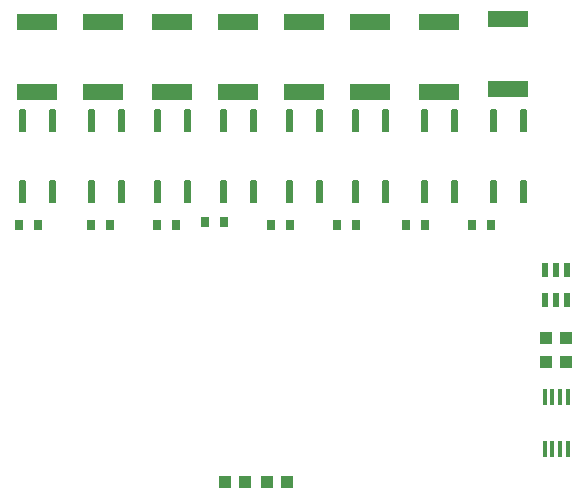
<source format=gbr>
G04 EAGLE Gerber RS-274X export*
G75*
%MOMM*%
%FSLAX34Y34*%
%LPD*%
%INSolderpaste Top*%
%IPPOS*%
%AMOC8*
5,1,8,0,0,1.08239X$1,22.5*%
G01*
%ADD10R,1.100000X1.000000*%
%ADD11R,1.000000X1.100000*%
%ADD12R,0.558800X1.270000*%
%ADD13C,0.147500*%
%ADD14R,3.460000X1.330000*%
%ADD15R,0.790000X0.930000*%
%ADD16R,0.450000X1.400000*%


D10*
X475370Y161290D03*
X492370Y161290D03*
X475370Y140970D03*
X492370Y140970D03*
D11*
X203590Y39370D03*
X220590Y39370D03*
X256150Y39370D03*
X239150Y39370D03*
D12*
X493268Y218694D03*
X483870Y218694D03*
X474472Y218694D03*
X474472Y192786D03*
X483870Y192786D03*
X493268Y192786D03*
D13*
X432743Y276147D02*
X432743Y293573D01*
X432743Y276147D02*
X428317Y276147D01*
X428317Y293573D01*
X432743Y293573D01*
X432743Y277548D02*
X428317Y277548D01*
X428317Y278949D02*
X432743Y278949D01*
X432743Y280350D02*
X428317Y280350D01*
X428317Y281751D02*
X432743Y281751D01*
X432743Y283152D02*
X428317Y283152D01*
X428317Y284553D02*
X432743Y284553D01*
X432743Y285954D02*
X428317Y285954D01*
X428317Y287355D02*
X432743Y287355D01*
X432743Y288756D02*
X428317Y288756D01*
X428317Y290157D02*
X432743Y290157D01*
X432743Y291558D02*
X428317Y291558D01*
X428317Y292959D02*
X432743Y292959D01*
X458143Y293573D02*
X458143Y276147D01*
X453717Y276147D01*
X453717Y293573D01*
X458143Y293573D01*
X458143Y277548D02*
X453717Y277548D01*
X453717Y278949D02*
X458143Y278949D01*
X458143Y280350D02*
X453717Y280350D01*
X453717Y281751D02*
X458143Y281751D01*
X458143Y283152D02*
X453717Y283152D01*
X453717Y284553D02*
X458143Y284553D01*
X458143Y285954D02*
X453717Y285954D01*
X453717Y287355D02*
X458143Y287355D01*
X458143Y288756D02*
X453717Y288756D01*
X453717Y290157D02*
X458143Y290157D01*
X458143Y291558D02*
X453717Y291558D01*
X453717Y292959D02*
X458143Y292959D01*
X458143Y336347D02*
X458143Y353773D01*
X458143Y336347D02*
X453717Y336347D01*
X453717Y353773D01*
X458143Y353773D01*
X458143Y337748D02*
X453717Y337748D01*
X453717Y339149D02*
X458143Y339149D01*
X458143Y340550D02*
X453717Y340550D01*
X453717Y341951D02*
X458143Y341951D01*
X458143Y343352D02*
X453717Y343352D01*
X453717Y344753D02*
X458143Y344753D01*
X458143Y346154D02*
X453717Y346154D01*
X453717Y347555D02*
X458143Y347555D01*
X458143Y348956D02*
X453717Y348956D01*
X453717Y350357D02*
X458143Y350357D01*
X458143Y351758D02*
X453717Y351758D01*
X453717Y353159D02*
X458143Y353159D01*
X432743Y353773D02*
X432743Y336347D01*
X428317Y336347D01*
X428317Y353773D01*
X432743Y353773D01*
X432743Y337748D02*
X428317Y337748D01*
X428317Y339149D02*
X432743Y339149D01*
X432743Y340550D02*
X428317Y340550D01*
X428317Y341951D02*
X432743Y341951D01*
X432743Y343352D02*
X428317Y343352D01*
X428317Y344753D02*
X432743Y344753D01*
X432743Y346154D02*
X428317Y346154D01*
X428317Y347555D02*
X432743Y347555D01*
X432743Y348956D02*
X428317Y348956D01*
X428317Y350357D02*
X432743Y350357D01*
X432743Y351758D02*
X428317Y351758D01*
X428317Y353159D02*
X432743Y353159D01*
X374323Y293573D02*
X374323Y276147D01*
X369897Y276147D01*
X369897Y293573D01*
X374323Y293573D01*
X374323Y277548D02*
X369897Y277548D01*
X369897Y278949D02*
X374323Y278949D01*
X374323Y280350D02*
X369897Y280350D01*
X369897Y281751D02*
X374323Y281751D01*
X374323Y283152D02*
X369897Y283152D01*
X369897Y284553D02*
X374323Y284553D01*
X374323Y285954D02*
X369897Y285954D01*
X369897Y287355D02*
X374323Y287355D01*
X374323Y288756D02*
X369897Y288756D01*
X369897Y290157D02*
X374323Y290157D01*
X374323Y291558D02*
X369897Y291558D01*
X369897Y292959D02*
X374323Y292959D01*
X399723Y293573D02*
X399723Y276147D01*
X395297Y276147D01*
X395297Y293573D01*
X399723Y293573D01*
X399723Y277548D02*
X395297Y277548D01*
X395297Y278949D02*
X399723Y278949D01*
X399723Y280350D02*
X395297Y280350D01*
X395297Y281751D02*
X399723Y281751D01*
X399723Y283152D02*
X395297Y283152D01*
X395297Y284553D02*
X399723Y284553D01*
X399723Y285954D02*
X395297Y285954D01*
X395297Y287355D02*
X399723Y287355D01*
X399723Y288756D02*
X395297Y288756D01*
X395297Y290157D02*
X399723Y290157D01*
X399723Y291558D02*
X395297Y291558D01*
X395297Y292959D02*
X399723Y292959D01*
X399723Y336347D02*
X399723Y353773D01*
X399723Y336347D02*
X395297Y336347D01*
X395297Y353773D01*
X399723Y353773D01*
X399723Y337748D02*
X395297Y337748D01*
X395297Y339149D02*
X399723Y339149D01*
X399723Y340550D02*
X395297Y340550D01*
X395297Y341951D02*
X399723Y341951D01*
X399723Y343352D02*
X395297Y343352D01*
X395297Y344753D02*
X399723Y344753D01*
X399723Y346154D02*
X395297Y346154D01*
X395297Y347555D02*
X399723Y347555D01*
X399723Y348956D02*
X395297Y348956D01*
X395297Y350357D02*
X399723Y350357D01*
X399723Y351758D02*
X395297Y351758D01*
X395297Y353159D02*
X399723Y353159D01*
X374323Y353773D02*
X374323Y336347D01*
X369897Y336347D01*
X369897Y353773D01*
X374323Y353773D01*
X374323Y337748D02*
X369897Y337748D01*
X369897Y339149D02*
X374323Y339149D01*
X374323Y340550D02*
X369897Y340550D01*
X369897Y341951D02*
X374323Y341951D01*
X374323Y343352D02*
X369897Y343352D01*
X369897Y344753D02*
X374323Y344753D01*
X374323Y346154D02*
X369897Y346154D01*
X369897Y347555D02*
X374323Y347555D01*
X374323Y348956D02*
X369897Y348956D01*
X369897Y350357D02*
X374323Y350357D01*
X374323Y351758D02*
X369897Y351758D01*
X369897Y353159D02*
X374323Y353159D01*
X315903Y293573D02*
X315903Y276147D01*
X311477Y276147D01*
X311477Y293573D01*
X315903Y293573D01*
X315903Y277548D02*
X311477Y277548D01*
X311477Y278949D02*
X315903Y278949D01*
X315903Y280350D02*
X311477Y280350D01*
X311477Y281751D02*
X315903Y281751D01*
X315903Y283152D02*
X311477Y283152D01*
X311477Y284553D02*
X315903Y284553D01*
X315903Y285954D02*
X311477Y285954D01*
X311477Y287355D02*
X315903Y287355D01*
X315903Y288756D02*
X311477Y288756D01*
X311477Y290157D02*
X315903Y290157D01*
X315903Y291558D02*
X311477Y291558D01*
X311477Y292959D02*
X315903Y292959D01*
X341303Y293573D02*
X341303Y276147D01*
X336877Y276147D01*
X336877Y293573D01*
X341303Y293573D01*
X341303Y277548D02*
X336877Y277548D01*
X336877Y278949D02*
X341303Y278949D01*
X341303Y280350D02*
X336877Y280350D01*
X336877Y281751D02*
X341303Y281751D01*
X341303Y283152D02*
X336877Y283152D01*
X336877Y284553D02*
X341303Y284553D01*
X341303Y285954D02*
X336877Y285954D01*
X336877Y287355D02*
X341303Y287355D01*
X341303Y288756D02*
X336877Y288756D01*
X336877Y290157D02*
X341303Y290157D01*
X341303Y291558D02*
X336877Y291558D01*
X336877Y292959D02*
X341303Y292959D01*
X341303Y336347D02*
X341303Y353773D01*
X341303Y336347D02*
X336877Y336347D01*
X336877Y353773D01*
X341303Y353773D01*
X341303Y337748D02*
X336877Y337748D01*
X336877Y339149D02*
X341303Y339149D01*
X341303Y340550D02*
X336877Y340550D01*
X336877Y341951D02*
X341303Y341951D01*
X341303Y343352D02*
X336877Y343352D01*
X336877Y344753D02*
X341303Y344753D01*
X341303Y346154D02*
X336877Y346154D01*
X336877Y347555D02*
X341303Y347555D01*
X341303Y348956D02*
X336877Y348956D01*
X336877Y350357D02*
X341303Y350357D01*
X341303Y351758D02*
X336877Y351758D01*
X336877Y353159D02*
X341303Y353159D01*
X315903Y353773D02*
X315903Y336347D01*
X311477Y336347D01*
X311477Y353773D01*
X315903Y353773D01*
X315903Y337748D02*
X311477Y337748D01*
X311477Y339149D02*
X315903Y339149D01*
X315903Y340550D02*
X311477Y340550D01*
X311477Y341951D02*
X315903Y341951D01*
X315903Y343352D02*
X311477Y343352D01*
X311477Y344753D02*
X315903Y344753D01*
X315903Y346154D02*
X311477Y346154D01*
X311477Y347555D02*
X315903Y347555D01*
X315903Y348956D02*
X311477Y348956D01*
X311477Y350357D02*
X315903Y350357D01*
X315903Y351758D02*
X311477Y351758D01*
X311477Y353159D02*
X315903Y353159D01*
X260023Y293573D02*
X260023Y276147D01*
X255597Y276147D01*
X255597Y293573D01*
X260023Y293573D01*
X260023Y277548D02*
X255597Y277548D01*
X255597Y278949D02*
X260023Y278949D01*
X260023Y280350D02*
X255597Y280350D01*
X255597Y281751D02*
X260023Y281751D01*
X260023Y283152D02*
X255597Y283152D01*
X255597Y284553D02*
X260023Y284553D01*
X260023Y285954D02*
X255597Y285954D01*
X255597Y287355D02*
X260023Y287355D01*
X260023Y288756D02*
X255597Y288756D01*
X255597Y290157D02*
X260023Y290157D01*
X260023Y291558D02*
X255597Y291558D01*
X255597Y292959D02*
X260023Y292959D01*
X285423Y293573D02*
X285423Y276147D01*
X280997Y276147D01*
X280997Y293573D01*
X285423Y293573D01*
X285423Y277548D02*
X280997Y277548D01*
X280997Y278949D02*
X285423Y278949D01*
X285423Y280350D02*
X280997Y280350D01*
X280997Y281751D02*
X285423Y281751D01*
X285423Y283152D02*
X280997Y283152D01*
X280997Y284553D02*
X285423Y284553D01*
X285423Y285954D02*
X280997Y285954D01*
X280997Y287355D02*
X285423Y287355D01*
X285423Y288756D02*
X280997Y288756D01*
X280997Y290157D02*
X285423Y290157D01*
X285423Y291558D02*
X280997Y291558D01*
X280997Y292959D02*
X285423Y292959D01*
X285423Y336347D02*
X285423Y353773D01*
X285423Y336347D02*
X280997Y336347D01*
X280997Y353773D01*
X285423Y353773D01*
X285423Y337748D02*
X280997Y337748D01*
X280997Y339149D02*
X285423Y339149D01*
X285423Y340550D02*
X280997Y340550D01*
X280997Y341951D02*
X285423Y341951D01*
X285423Y343352D02*
X280997Y343352D01*
X280997Y344753D02*
X285423Y344753D01*
X285423Y346154D02*
X280997Y346154D01*
X280997Y347555D02*
X285423Y347555D01*
X285423Y348956D02*
X280997Y348956D01*
X280997Y350357D02*
X285423Y350357D01*
X285423Y351758D02*
X280997Y351758D01*
X280997Y353159D02*
X285423Y353159D01*
X260023Y353773D02*
X260023Y336347D01*
X255597Y336347D01*
X255597Y353773D01*
X260023Y353773D01*
X260023Y337748D02*
X255597Y337748D01*
X255597Y339149D02*
X260023Y339149D01*
X260023Y340550D02*
X255597Y340550D01*
X255597Y341951D02*
X260023Y341951D01*
X260023Y343352D02*
X255597Y343352D01*
X255597Y344753D02*
X260023Y344753D01*
X260023Y346154D02*
X255597Y346154D01*
X255597Y347555D02*
X260023Y347555D01*
X260023Y348956D02*
X255597Y348956D01*
X255597Y350357D02*
X260023Y350357D01*
X260023Y351758D02*
X255597Y351758D01*
X255597Y353159D02*
X260023Y353159D01*
X204143Y293573D02*
X204143Y276147D01*
X199717Y276147D01*
X199717Y293573D01*
X204143Y293573D01*
X204143Y277548D02*
X199717Y277548D01*
X199717Y278949D02*
X204143Y278949D01*
X204143Y280350D02*
X199717Y280350D01*
X199717Y281751D02*
X204143Y281751D01*
X204143Y283152D02*
X199717Y283152D01*
X199717Y284553D02*
X204143Y284553D01*
X204143Y285954D02*
X199717Y285954D01*
X199717Y287355D02*
X204143Y287355D01*
X204143Y288756D02*
X199717Y288756D01*
X199717Y290157D02*
X204143Y290157D01*
X204143Y291558D02*
X199717Y291558D01*
X199717Y292959D02*
X204143Y292959D01*
X229543Y293573D02*
X229543Y276147D01*
X225117Y276147D01*
X225117Y293573D01*
X229543Y293573D01*
X229543Y277548D02*
X225117Y277548D01*
X225117Y278949D02*
X229543Y278949D01*
X229543Y280350D02*
X225117Y280350D01*
X225117Y281751D02*
X229543Y281751D01*
X229543Y283152D02*
X225117Y283152D01*
X225117Y284553D02*
X229543Y284553D01*
X229543Y285954D02*
X225117Y285954D01*
X225117Y287355D02*
X229543Y287355D01*
X229543Y288756D02*
X225117Y288756D01*
X225117Y290157D02*
X229543Y290157D01*
X229543Y291558D02*
X225117Y291558D01*
X225117Y292959D02*
X229543Y292959D01*
X229543Y336347D02*
X229543Y353773D01*
X229543Y336347D02*
X225117Y336347D01*
X225117Y353773D01*
X229543Y353773D01*
X229543Y337748D02*
X225117Y337748D01*
X225117Y339149D02*
X229543Y339149D01*
X229543Y340550D02*
X225117Y340550D01*
X225117Y341951D02*
X229543Y341951D01*
X229543Y343352D02*
X225117Y343352D01*
X225117Y344753D02*
X229543Y344753D01*
X229543Y346154D02*
X225117Y346154D01*
X225117Y347555D02*
X229543Y347555D01*
X229543Y348956D02*
X225117Y348956D01*
X225117Y350357D02*
X229543Y350357D01*
X229543Y351758D02*
X225117Y351758D01*
X225117Y353159D02*
X229543Y353159D01*
X204143Y353773D02*
X204143Y336347D01*
X199717Y336347D01*
X199717Y353773D01*
X204143Y353773D01*
X204143Y337748D02*
X199717Y337748D01*
X199717Y339149D02*
X204143Y339149D01*
X204143Y340550D02*
X199717Y340550D01*
X199717Y341951D02*
X204143Y341951D01*
X204143Y343352D02*
X199717Y343352D01*
X199717Y344753D02*
X204143Y344753D01*
X204143Y346154D02*
X199717Y346154D01*
X199717Y347555D02*
X204143Y347555D01*
X204143Y348956D02*
X199717Y348956D01*
X199717Y350357D02*
X204143Y350357D01*
X204143Y351758D02*
X199717Y351758D01*
X199717Y353159D02*
X204143Y353159D01*
X148263Y293573D02*
X148263Y276147D01*
X143837Y276147D01*
X143837Y293573D01*
X148263Y293573D01*
X148263Y277548D02*
X143837Y277548D01*
X143837Y278949D02*
X148263Y278949D01*
X148263Y280350D02*
X143837Y280350D01*
X143837Y281751D02*
X148263Y281751D01*
X148263Y283152D02*
X143837Y283152D01*
X143837Y284553D02*
X148263Y284553D01*
X148263Y285954D02*
X143837Y285954D01*
X143837Y287355D02*
X148263Y287355D01*
X148263Y288756D02*
X143837Y288756D01*
X143837Y290157D02*
X148263Y290157D01*
X148263Y291558D02*
X143837Y291558D01*
X143837Y292959D02*
X148263Y292959D01*
X173663Y293573D02*
X173663Y276147D01*
X169237Y276147D01*
X169237Y293573D01*
X173663Y293573D01*
X173663Y277548D02*
X169237Y277548D01*
X169237Y278949D02*
X173663Y278949D01*
X173663Y280350D02*
X169237Y280350D01*
X169237Y281751D02*
X173663Y281751D01*
X173663Y283152D02*
X169237Y283152D01*
X169237Y284553D02*
X173663Y284553D01*
X173663Y285954D02*
X169237Y285954D01*
X169237Y287355D02*
X173663Y287355D01*
X173663Y288756D02*
X169237Y288756D01*
X169237Y290157D02*
X173663Y290157D01*
X173663Y291558D02*
X169237Y291558D01*
X169237Y292959D02*
X173663Y292959D01*
X173663Y336347D02*
X173663Y353773D01*
X173663Y336347D02*
X169237Y336347D01*
X169237Y353773D01*
X173663Y353773D01*
X173663Y337748D02*
X169237Y337748D01*
X169237Y339149D02*
X173663Y339149D01*
X173663Y340550D02*
X169237Y340550D01*
X169237Y341951D02*
X173663Y341951D01*
X173663Y343352D02*
X169237Y343352D01*
X169237Y344753D02*
X173663Y344753D01*
X173663Y346154D02*
X169237Y346154D01*
X169237Y347555D02*
X173663Y347555D01*
X173663Y348956D02*
X169237Y348956D01*
X169237Y350357D02*
X173663Y350357D01*
X173663Y351758D02*
X169237Y351758D01*
X169237Y353159D02*
X173663Y353159D01*
X148263Y353773D02*
X148263Y336347D01*
X143837Y336347D01*
X143837Y353773D01*
X148263Y353773D01*
X148263Y337748D02*
X143837Y337748D01*
X143837Y339149D02*
X148263Y339149D01*
X148263Y340550D02*
X143837Y340550D01*
X143837Y341951D02*
X148263Y341951D01*
X148263Y343352D02*
X143837Y343352D01*
X143837Y344753D02*
X148263Y344753D01*
X148263Y346154D02*
X143837Y346154D01*
X143837Y347555D02*
X148263Y347555D01*
X148263Y348956D02*
X143837Y348956D01*
X143837Y350357D02*
X148263Y350357D01*
X148263Y351758D02*
X143837Y351758D01*
X143837Y353159D02*
X148263Y353159D01*
X92383Y293573D02*
X92383Y276147D01*
X87957Y276147D01*
X87957Y293573D01*
X92383Y293573D01*
X92383Y277548D02*
X87957Y277548D01*
X87957Y278949D02*
X92383Y278949D01*
X92383Y280350D02*
X87957Y280350D01*
X87957Y281751D02*
X92383Y281751D01*
X92383Y283152D02*
X87957Y283152D01*
X87957Y284553D02*
X92383Y284553D01*
X92383Y285954D02*
X87957Y285954D01*
X87957Y287355D02*
X92383Y287355D01*
X92383Y288756D02*
X87957Y288756D01*
X87957Y290157D02*
X92383Y290157D01*
X92383Y291558D02*
X87957Y291558D01*
X87957Y292959D02*
X92383Y292959D01*
X117783Y293573D02*
X117783Y276147D01*
X113357Y276147D01*
X113357Y293573D01*
X117783Y293573D01*
X117783Y277548D02*
X113357Y277548D01*
X113357Y278949D02*
X117783Y278949D01*
X117783Y280350D02*
X113357Y280350D01*
X113357Y281751D02*
X117783Y281751D01*
X117783Y283152D02*
X113357Y283152D01*
X113357Y284553D02*
X117783Y284553D01*
X117783Y285954D02*
X113357Y285954D01*
X113357Y287355D02*
X117783Y287355D01*
X117783Y288756D02*
X113357Y288756D01*
X113357Y290157D02*
X117783Y290157D01*
X117783Y291558D02*
X113357Y291558D01*
X113357Y292959D02*
X117783Y292959D01*
X117783Y336347D02*
X117783Y353773D01*
X117783Y336347D02*
X113357Y336347D01*
X113357Y353773D01*
X117783Y353773D01*
X117783Y337748D02*
X113357Y337748D01*
X113357Y339149D02*
X117783Y339149D01*
X117783Y340550D02*
X113357Y340550D01*
X113357Y341951D02*
X117783Y341951D01*
X117783Y343352D02*
X113357Y343352D01*
X113357Y344753D02*
X117783Y344753D01*
X117783Y346154D02*
X113357Y346154D01*
X113357Y347555D02*
X117783Y347555D01*
X117783Y348956D02*
X113357Y348956D01*
X113357Y350357D02*
X117783Y350357D01*
X117783Y351758D02*
X113357Y351758D01*
X113357Y353159D02*
X117783Y353159D01*
X92383Y353773D02*
X92383Y336347D01*
X87957Y336347D01*
X87957Y353773D01*
X92383Y353773D01*
X92383Y337748D02*
X87957Y337748D01*
X87957Y339149D02*
X92383Y339149D01*
X92383Y340550D02*
X87957Y340550D01*
X87957Y341951D02*
X92383Y341951D01*
X92383Y343352D02*
X87957Y343352D01*
X87957Y344753D02*
X92383Y344753D01*
X92383Y346154D02*
X87957Y346154D01*
X87957Y347555D02*
X92383Y347555D01*
X92383Y348956D02*
X87957Y348956D01*
X87957Y350357D02*
X92383Y350357D01*
X92383Y351758D02*
X87957Y351758D01*
X87957Y353159D02*
X92383Y353159D01*
X33963Y293573D02*
X33963Y276147D01*
X29537Y276147D01*
X29537Y293573D01*
X33963Y293573D01*
X33963Y277548D02*
X29537Y277548D01*
X29537Y278949D02*
X33963Y278949D01*
X33963Y280350D02*
X29537Y280350D01*
X29537Y281751D02*
X33963Y281751D01*
X33963Y283152D02*
X29537Y283152D01*
X29537Y284553D02*
X33963Y284553D01*
X33963Y285954D02*
X29537Y285954D01*
X29537Y287355D02*
X33963Y287355D01*
X33963Y288756D02*
X29537Y288756D01*
X29537Y290157D02*
X33963Y290157D01*
X33963Y291558D02*
X29537Y291558D01*
X29537Y292959D02*
X33963Y292959D01*
X59363Y293573D02*
X59363Y276147D01*
X54937Y276147D01*
X54937Y293573D01*
X59363Y293573D01*
X59363Y277548D02*
X54937Y277548D01*
X54937Y278949D02*
X59363Y278949D01*
X59363Y280350D02*
X54937Y280350D01*
X54937Y281751D02*
X59363Y281751D01*
X59363Y283152D02*
X54937Y283152D01*
X54937Y284553D02*
X59363Y284553D01*
X59363Y285954D02*
X54937Y285954D01*
X54937Y287355D02*
X59363Y287355D01*
X59363Y288756D02*
X54937Y288756D01*
X54937Y290157D02*
X59363Y290157D01*
X59363Y291558D02*
X54937Y291558D01*
X54937Y292959D02*
X59363Y292959D01*
X59363Y336347D02*
X59363Y353773D01*
X59363Y336347D02*
X54937Y336347D01*
X54937Y353773D01*
X59363Y353773D01*
X59363Y337748D02*
X54937Y337748D01*
X54937Y339149D02*
X59363Y339149D01*
X59363Y340550D02*
X54937Y340550D01*
X54937Y341951D02*
X59363Y341951D01*
X59363Y343352D02*
X54937Y343352D01*
X54937Y344753D02*
X59363Y344753D01*
X59363Y346154D02*
X54937Y346154D01*
X54937Y347555D02*
X59363Y347555D01*
X59363Y348956D02*
X54937Y348956D01*
X54937Y350357D02*
X59363Y350357D01*
X59363Y351758D02*
X54937Y351758D01*
X54937Y353159D02*
X59363Y353159D01*
X33963Y353773D02*
X33963Y336347D01*
X29537Y336347D01*
X29537Y353773D01*
X33963Y353773D01*
X33963Y337748D02*
X29537Y337748D01*
X29537Y339149D02*
X33963Y339149D01*
X33963Y340550D02*
X29537Y340550D01*
X29537Y341951D02*
X33963Y341951D01*
X33963Y343352D02*
X29537Y343352D01*
X29537Y344753D02*
X33963Y344753D01*
X33963Y346154D02*
X29537Y346154D01*
X29537Y347555D02*
X33963Y347555D01*
X33963Y348956D02*
X29537Y348956D01*
X29537Y350357D02*
X33963Y350357D01*
X33963Y351758D02*
X29537Y351758D01*
X29537Y353159D02*
X33963Y353159D01*
D14*
X443230Y371880D03*
X443230Y430760D03*
X384810Y428220D03*
X384810Y369340D03*
X326390Y369340D03*
X326390Y428220D03*
X270510Y428220D03*
X270510Y369340D03*
X214630Y369340D03*
X214630Y428220D03*
X158750Y428220D03*
X158750Y369340D03*
X100330Y369340D03*
X100330Y428220D03*
X44450Y428220D03*
X44450Y369340D03*
D15*
X428570Y256540D03*
X412170Y256540D03*
X372690Y256540D03*
X356290Y256540D03*
X314270Y256540D03*
X297870Y256540D03*
X258390Y256540D03*
X241990Y256540D03*
X202510Y259080D03*
X186110Y259080D03*
X145470Y256540D03*
X161870Y256540D03*
X89590Y256540D03*
X105990Y256540D03*
X28630Y256540D03*
X45030Y256540D03*
D16*
X474120Y66900D03*
X480620Y66900D03*
X487120Y66900D03*
X493620Y66900D03*
X493620Y110900D03*
X487120Y110900D03*
X480620Y110900D03*
X474120Y110900D03*
M02*

</source>
